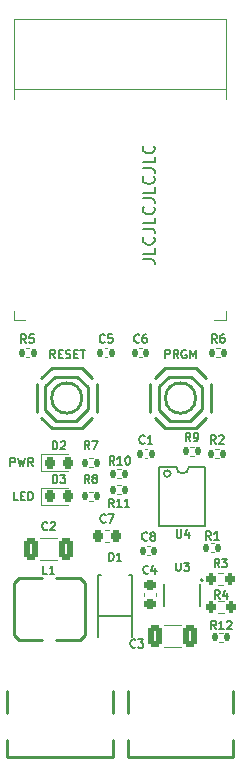
<source format=gbr>
%TF.GenerationSoftware,KiCad,Pcbnew,7.99.0-2389-gf842e6ac7a*%
%TF.CreationDate,2023-09-28T17:07:59+02:00*%
%TF.ProjectId,ESP32 PD Module,45535033-3220-4504-9420-4d6f64756c65,rev?*%
%TF.SameCoordinates,Original*%
%TF.FileFunction,Legend,Top*%
%TF.FilePolarity,Positive*%
%FSLAX46Y46*%
G04 Gerber Fmt 4.6, Leading zero omitted, Abs format (unit mm)*
G04 Created by KiCad (PCBNEW 7.99.0-2389-gf842e6ac7a) date 2023-09-28 17:07:59*
%MOMM*%
%LPD*%
G01*
G04 APERTURE LIST*
G04 Aperture macros list*
%AMRoundRect*
0 Rectangle with rounded corners*
0 $1 Rounding radius*
0 $2 $3 $4 $5 $6 $7 $8 $9 X,Y pos of 4 corners*
0 Add a 4 corners polygon primitive as box body*
4,1,4,$2,$3,$4,$5,$6,$7,$8,$9,$2,$3,0*
0 Add four circle primitives for the rounded corners*
1,1,$1+$1,$2,$3*
1,1,$1+$1,$4,$5*
1,1,$1+$1,$6,$7*
1,1,$1+$1,$8,$9*
0 Add four rect primitives between the rounded corners*
20,1,$1+$1,$2,$3,$4,$5,0*
20,1,$1+$1,$4,$5,$6,$7,0*
20,1,$1+$1,$6,$7,$8,$9,0*
20,1,$1+$1,$8,$9,$2,$3,0*%
G04 Aperture macros list end*
%ADD10C,0.150000*%
%ADD11C,0.120000*%
%ADD12C,0.250000*%
%ADD13C,0.200000*%
%ADD14RoundRect,0.135000X0.135000X0.185000X-0.135000X0.185000X-0.135000X-0.185000X0.135000X-0.185000X0*%
%ADD15R,1.700000X1.700000*%
%ADD16O,1.700000X1.700000*%
%ADD17R,0.300000X1.300000*%
%ADD18O,1.200000X1.800000*%
%ADD19O,1.200000X2.000000*%
%ADD20C,0.750000*%
%ADD21RoundRect,0.218750X-0.218750X-0.256250X0.218750X-0.256250X0.218750X0.256250X-0.218750X0.256250X0*%
%ADD22RoundRect,0.200000X0.200000X0.275000X-0.200000X0.275000X-0.200000X-0.275000X0.200000X-0.275000X0*%
%ADD23R,1.700000X1.000000*%
%ADD24RoundRect,0.250000X0.325000X0.650000X-0.325000X0.650000X-0.325000X-0.650000X0.325000X-0.650000X0*%
%ADD25R,1.500000X0.600000*%
%ADD26R,2.100000X3.300000*%
%ADD27RoundRect,0.225000X-0.225000X-0.250000X0.225000X-0.250000X0.225000X0.250000X-0.225000X0.250000X0*%
%ADD28R,2.000000X2.000000*%
%ADD29RoundRect,0.225000X-0.250000X0.225000X-0.250000X-0.225000X0.250000X-0.225000X0.250000X0.225000X0*%
%ADD30R,1.900000X4.500000*%
%ADD31R,1.500000X0.900000*%
%ADD32R,0.900000X1.500000*%
%ADD33R,0.900000X0.900000*%
%ADD34R,0.530000X0.990000*%
%ADD35RoundRect,0.140000X-0.140000X-0.170000X0.140000X-0.170000X0.140000X0.170000X-0.140000X0.170000X0*%
%ADD36RoundRect,0.140000X0.140000X0.170000X-0.140000X0.170000X-0.140000X-0.170000X0.140000X-0.170000X0*%
%ADD37RoundRect,0.135000X-0.135000X-0.185000X0.135000X-0.185000X0.135000X0.185000X-0.135000X0.185000X0*%
%ADD38RoundRect,0.200000X-0.200000X-0.275000X0.200000X-0.275000X0.200000X0.275000X-0.200000X0.275000X0*%
G04 APERTURE END LIST*
D10*
X51038816Y-84066033D02*
X50705482Y-84066033D01*
X50705482Y-84066033D02*
X50705482Y-83366033D01*
X51272149Y-83699366D02*
X51505483Y-83699366D01*
X51605483Y-84066033D02*
X51272149Y-84066033D01*
X51272149Y-84066033D02*
X51272149Y-83366033D01*
X51272149Y-83366033D02*
X51605483Y-83366033D01*
X51905482Y-84066033D02*
X51905482Y-83366033D01*
X51905482Y-83366033D02*
X52072149Y-83366033D01*
X52072149Y-83366033D02*
X52172149Y-83399366D01*
X52172149Y-83399366D02*
X52238816Y-83466033D01*
X52238816Y-83466033D02*
X52272149Y-83532700D01*
X52272149Y-83532700D02*
X52305482Y-83666033D01*
X52305482Y-83666033D02*
X52305482Y-83766033D01*
X52305482Y-83766033D02*
X52272149Y-83899366D01*
X52272149Y-83899366D02*
X52238816Y-83966033D01*
X52238816Y-83966033D02*
X52172149Y-84032700D01*
X52172149Y-84032700D02*
X52072149Y-84066033D01*
X52072149Y-84066033D02*
X51905482Y-84066033D01*
X63516666Y-72066033D02*
X63516666Y-71366033D01*
X63516666Y-71366033D02*
X63783333Y-71366033D01*
X63783333Y-71366033D02*
X63850000Y-71399366D01*
X63850000Y-71399366D02*
X63883333Y-71432700D01*
X63883333Y-71432700D02*
X63916666Y-71499366D01*
X63916666Y-71499366D02*
X63916666Y-71599366D01*
X63916666Y-71599366D02*
X63883333Y-71666033D01*
X63883333Y-71666033D02*
X63850000Y-71699366D01*
X63850000Y-71699366D02*
X63783333Y-71732700D01*
X63783333Y-71732700D02*
X63516666Y-71732700D01*
X64616666Y-72066033D02*
X64383333Y-71732700D01*
X64216666Y-72066033D02*
X64216666Y-71366033D01*
X64216666Y-71366033D02*
X64483333Y-71366033D01*
X64483333Y-71366033D02*
X64550000Y-71399366D01*
X64550000Y-71399366D02*
X64583333Y-71432700D01*
X64583333Y-71432700D02*
X64616666Y-71499366D01*
X64616666Y-71499366D02*
X64616666Y-71599366D01*
X64616666Y-71599366D02*
X64583333Y-71666033D01*
X64583333Y-71666033D02*
X64550000Y-71699366D01*
X64550000Y-71699366D02*
X64483333Y-71732700D01*
X64483333Y-71732700D02*
X64216666Y-71732700D01*
X65283333Y-71399366D02*
X65216666Y-71366033D01*
X65216666Y-71366033D02*
X65116666Y-71366033D01*
X65116666Y-71366033D02*
X65016666Y-71399366D01*
X65016666Y-71399366D02*
X64950000Y-71466033D01*
X64950000Y-71466033D02*
X64916666Y-71532700D01*
X64916666Y-71532700D02*
X64883333Y-71666033D01*
X64883333Y-71666033D02*
X64883333Y-71766033D01*
X64883333Y-71766033D02*
X64916666Y-71899366D01*
X64916666Y-71899366D02*
X64950000Y-71966033D01*
X64950000Y-71966033D02*
X65016666Y-72032700D01*
X65016666Y-72032700D02*
X65116666Y-72066033D01*
X65116666Y-72066033D02*
X65183333Y-72066033D01*
X65183333Y-72066033D02*
X65283333Y-72032700D01*
X65283333Y-72032700D02*
X65316666Y-71999366D01*
X65316666Y-71999366D02*
X65316666Y-71766033D01*
X65316666Y-71766033D02*
X65183333Y-71766033D01*
X65616666Y-72066033D02*
X65616666Y-71366033D01*
X65616666Y-71366033D02*
X65850000Y-71866033D01*
X65850000Y-71866033D02*
X66083333Y-71366033D01*
X66083333Y-71366033D02*
X66083333Y-72066033D01*
X61619819Y-63677506D02*
X62334104Y-63677506D01*
X62334104Y-63677506D02*
X62476961Y-63725125D01*
X62476961Y-63725125D02*
X62572200Y-63820363D01*
X62572200Y-63820363D02*
X62619819Y-63963220D01*
X62619819Y-63963220D02*
X62619819Y-64058458D01*
X62619819Y-62725125D02*
X62619819Y-63201315D01*
X62619819Y-63201315D02*
X61619819Y-63201315D01*
X62524580Y-61820363D02*
X62572200Y-61867982D01*
X62572200Y-61867982D02*
X62619819Y-62010839D01*
X62619819Y-62010839D02*
X62619819Y-62106077D01*
X62619819Y-62106077D02*
X62572200Y-62248934D01*
X62572200Y-62248934D02*
X62476961Y-62344172D01*
X62476961Y-62344172D02*
X62381723Y-62391791D01*
X62381723Y-62391791D02*
X62191247Y-62439410D01*
X62191247Y-62439410D02*
X62048390Y-62439410D01*
X62048390Y-62439410D02*
X61857914Y-62391791D01*
X61857914Y-62391791D02*
X61762676Y-62344172D01*
X61762676Y-62344172D02*
X61667438Y-62248934D01*
X61667438Y-62248934D02*
X61619819Y-62106077D01*
X61619819Y-62106077D02*
X61619819Y-62010839D01*
X61619819Y-62010839D02*
X61667438Y-61867982D01*
X61667438Y-61867982D02*
X61715057Y-61820363D01*
X61619819Y-61106077D02*
X62334104Y-61106077D01*
X62334104Y-61106077D02*
X62476961Y-61153696D01*
X62476961Y-61153696D02*
X62572200Y-61248934D01*
X62572200Y-61248934D02*
X62619819Y-61391791D01*
X62619819Y-61391791D02*
X62619819Y-61487029D01*
X62619819Y-60153696D02*
X62619819Y-60629886D01*
X62619819Y-60629886D02*
X61619819Y-60629886D01*
X62524580Y-59248934D02*
X62572200Y-59296553D01*
X62572200Y-59296553D02*
X62619819Y-59439410D01*
X62619819Y-59439410D02*
X62619819Y-59534648D01*
X62619819Y-59534648D02*
X62572200Y-59677505D01*
X62572200Y-59677505D02*
X62476961Y-59772743D01*
X62476961Y-59772743D02*
X62381723Y-59820362D01*
X62381723Y-59820362D02*
X62191247Y-59867981D01*
X62191247Y-59867981D02*
X62048390Y-59867981D01*
X62048390Y-59867981D02*
X61857914Y-59820362D01*
X61857914Y-59820362D02*
X61762676Y-59772743D01*
X61762676Y-59772743D02*
X61667438Y-59677505D01*
X61667438Y-59677505D02*
X61619819Y-59534648D01*
X61619819Y-59534648D02*
X61619819Y-59439410D01*
X61619819Y-59439410D02*
X61667438Y-59296553D01*
X61667438Y-59296553D02*
X61715057Y-59248934D01*
X61619819Y-58534648D02*
X62334104Y-58534648D01*
X62334104Y-58534648D02*
X62476961Y-58582267D01*
X62476961Y-58582267D02*
X62572200Y-58677505D01*
X62572200Y-58677505D02*
X62619819Y-58820362D01*
X62619819Y-58820362D02*
X62619819Y-58915600D01*
X62619819Y-57582267D02*
X62619819Y-58058457D01*
X62619819Y-58058457D02*
X61619819Y-58058457D01*
X62524580Y-56677505D02*
X62572200Y-56725124D01*
X62572200Y-56725124D02*
X62619819Y-56867981D01*
X62619819Y-56867981D02*
X62619819Y-56963219D01*
X62619819Y-56963219D02*
X62572200Y-57106076D01*
X62572200Y-57106076D02*
X62476961Y-57201314D01*
X62476961Y-57201314D02*
X62381723Y-57248933D01*
X62381723Y-57248933D02*
X62191247Y-57296552D01*
X62191247Y-57296552D02*
X62048390Y-57296552D01*
X62048390Y-57296552D02*
X61857914Y-57248933D01*
X61857914Y-57248933D02*
X61762676Y-57201314D01*
X61762676Y-57201314D02*
X61667438Y-57106076D01*
X61667438Y-57106076D02*
X61619819Y-56963219D01*
X61619819Y-56963219D02*
X61619819Y-56867981D01*
X61619819Y-56867981D02*
X61667438Y-56725124D01*
X61667438Y-56725124D02*
X61715057Y-56677505D01*
X61619819Y-55963219D02*
X62334104Y-55963219D01*
X62334104Y-55963219D02*
X62476961Y-56010838D01*
X62476961Y-56010838D02*
X62572200Y-56106076D01*
X62572200Y-56106076D02*
X62619819Y-56248933D01*
X62619819Y-56248933D02*
X62619819Y-56344171D01*
X62619819Y-55010838D02*
X62619819Y-55487028D01*
X62619819Y-55487028D02*
X61619819Y-55487028D01*
X62524580Y-54106076D02*
X62572200Y-54153695D01*
X62572200Y-54153695D02*
X62619819Y-54296552D01*
X62619819Y-54296552D02*
X62619819Y-54391790D01*
X62619819Y-54391790D02*
X62572200Y-54534647D01*
X62572200Y-54534647D02*
X62476961Y-54629885D01*
X62476961Y-54629885D02*
X62381723Y-54677504D01*
X62381723Y-54677504D02*
X62191247Y-54725123D01*
X62191247Y-54725123D02*
X62048390Y-54725123D01*
X62048390Y-54725123D02*
X61857914Y-54677504D01*
X61857914Y-54677504D02*
X61762676Y-54629885D01*
X61762676Y-54629885D02*
X61667438Y-54534647D01*
X61667438Y-54534647D02*
X61619819Y-54391790D01*
X61619819Y-54391790D02*
X61619819Y-54296552D01*
X61619819Y-54296552D02*
X61667438Y-54153695D01*
X61667438Y-54153695D02*
X61715057Y-54106076D01*
X50405482Y-81216033D02*
X50405482Y-80516033D01*
X50405482Y-80516033D02*
X50672149Y-80516033D01*
X50672149Y-80516033D02*
X50738816Y-80549366D01*
X50738816Y-80549366D02*
X50772149Y-80582700D01*
X50772149Y-80582700D02*
X50805482Y-80649366D01*
X50805482Y-80649366D02*
X50805482Y-80749366D01*
X50805482Y-80749366D02*
X50772149Y-80816033D01*
X50772149Y-80816033D02*
X50738816Y-80849366D01*
X50738816Y-80849366D02*
X50672149Y-80882700D01*
X50672149Y-80882700D02*
X50405482Y-80882700D01*
X51038816Y-80516033D02*
X51205482Y-81216033D01*
X51205482Y-81216033D02*
X51338816Y-80716033D01*
X51338816Y-80716033D02*
X51472149Y-81216033D01*
X51472149Y-81216033D02*
X51638816Y-80516033D01*
X52305482Y-81216033D02*
X52072149Y-80882700D01*
X51905482Y-81216033D02*
X51905482Y-80516033D01*
X51905482Y-80516033D02*
X52172149Y-80516033D01*
X52172149Y-80516033D02*
X52238816Y-80549366D01*
X52238816Y-80549366D02*
X52272149Y-80582700D01*
X52272149Y-80582700D02*
X52305482Y-80649366D01*
X52305482Y-80649366D02*
X52305482Y-80749366D01*
X52305482Y-80749366D02*
X52272149Y-80816033D01*
X52272149Y-80816033D02*
X52238816Y-80849366D01*
X52238816Y-80849366D02*
X52172149Y-80882700D01*
X52172149Y-80882700D02*
X51905482Y-80882700D01*
X54183333Y-72066033D02*
X53950000Y-71732700D01*
X53783333Y-72066033D02*
X53783333Y-71366033D01*
X53783333Y-71366033D02*
X54050000Y-71366033D01*
X54050000Y-71366033D02*
X54116667Y-71399366D01*
X54116667Y-71399366D02*
X54150000Y-71432700D01*
X54150000Y-71432700D02*
X54183333Y-71499366D01*
X54183333Y-71499366D02*
X54183333Y-71599366D01*
X54183333Y-71599366D02*
X54150000Y-71666033D01*
X54150000Y-71666033D02*
X54116667Y-71699366D01*
X54116667Y-71699366D02*
X54050000Y-71732700D01*
X54050000Y-71732700D02*
X53783333Y-71732700D01*
X54483333Y-71699366D02*
X54716667Y-71699366D01*
X54816667Y-72066033D02*
X54483333Y-72066033D01*
X54483333Y-72066033D02*
X54483333Y-71366033D01*
X54483333Y-71366033D02*
X54816667Y-71366033D01*
X55083333Y-72032700D02*
X55183333Y-72066033D01*
X55183333Y-72066033D02*
X55350000Y-72066033D01*
X55350000Y-72066033D02*
X55416666Y-72032700D01*
X55416666Y-72032700D02*
X55450000Y-71999366D01*
X55450000Y-71999366D02*
X55483333Y-71932700D01*
X55483333Y-71932700D02*
X55483333Y-71866033D01*
X55483333Y-71866033D02*
X55450000Y-71799366D01*
X55450000Y-71799366D02*
X55416666Y-71766033D01*
X55416666Y-71766033D02*
X55350000Y-71732700D01*
X55350000Y-71732700D02*
X55216666Y-71699366D01*
X55216666Y-71699366D02*
X55150000Y-71666033D01*
X55150000Y-71666033D02*
X55116666Y-71632700D01*
X55116666Y-71632700D02*
X55083333Y-71566033D01*
X55083333Y-71566033D02*
X55083333Y-71499366D01*
X55083333Y-71499366D02*
X55116666Y-71432700D01*
X55116666Y-71432700D02*
X55150000Y-71399366D01*
X55150000Y-71399366D02*
X55216666Y-71366033D01*
X55216666Y-71366033D02*
X55383333Y-71366033D01*
X55383333Y-71366033D02*
X55483333Y-71399366D01*
X55783333Y-71699366D02*
X56016667Y-71699366D01*
X56116667Y-72066033D02*
X55783333Y-72066033D01*
X55783333Y-72066033D02*
X55783333Y-71366033D01*
X55783333Y-71366033D02*
X56116667Y-71366033D01*
X56316666Y-71366033D02*
X56716666Y-71366033D01*
X56516666Y-72066033D02*
X56516666Y-71366033D01*
X67799999Y-95016033D02*
X67566666Y-94682700D01*
X67399999Y-95016033D02*
X67399999Y-94316033D01*
X67399999Y-94316033D02*
X67666666Y-94316033D01*
X67666666Y-94316033D02*
X67733333Y-94349366D01*
X67733333Y-94349366D02*
X67766666Y-94382700D01*
X67766666Y-94382700D02*
X67799999Y-94449366D01*
X67799999Y-94449366D02*
X67799999Y-94549366D01*
X67799999Y-94549366D02*
X67766666Y-94616033D01*
X67766666Y-94616033D02*
X67733333Y-94649366D01*
X67733333Y-94649366D02*
X67666666Y-94682700D01*
X67666666Y-94682700D02*
X67399999Y-94682700D01*
X68466666Y-95016033D02*
X68066666Y-95016033D01*
X68266666Y-95016033D02*
X68266666Y-94316033D01*
X68266666Y-94316033D02*
X68199999Y-94416033D01*
X68199999Y-94416033D02*
X68133333Y-94482700D01*
X68133333Y-94482700D02*
X68066666Y-94516033D01*
X68733333Y-94382700D02*
X68766666Y-94349366D01*
X68766666Y-94349366D02*
X68833333Y-94316033D01*
X68833333Y-94316033D02*
X69000000Y-94316033D01*
X69000000Y-94316033D02*
X69066666Y-94349366D01*
X69066666Y-94349366D02*
X69100000Y-94382700D01*
X69100000Y-94382700D02*
X69133333Y-94449366D01*
X69133333Y-94449366D02*
X69133333Y-94516033D01*
X69133333Y-94516033D02*
X69100000Y-94616033D01*
X69100000Y-94616033D02*
X68700000Y-95016033D01*
X68700000Y-95016033D02*
X69133333Y-95016033D01*
X53983333Y-82636033D02*
X53983333Y-81936033D01*
X53983333Y-81936033D02*
X54150000Y-81936033D01*
X54150000Y-81936033D02*
X54250000Y-81969366D01*
X54250000Y-81969366D02*
X54316667Y-82036033D01*
X54316667Y-82036033D02*
X54350000Y-82102700D01*
X54350000Y-82102700D02*
X54383333Y-82236033D01*
X54383333Y-82236033D02*
X54383333Y-82336033D01*
X54383333Y-82336033D02*
X54350000Y-82469366D01*
X54350000Y-82469366D02*
X54316667Y-82536033D01*
X54316667Y-82536033D02*
X54250000Y-82602700D01*
X54250000Y-82602700D02*
X54150000Y-82636033D01*
X54150000Y-82636033D02*
X53983333Y-82636033D01*
X54616667Y-81936033D02*
X55050000Y-81936033D01*
X55050000Y-81936033D02*
X54816667Y-82202700D01*
X54816667Y-82202700D02*
X54916667Y-82202700D01*
X54916667Y-82202700D02*
X54983333Y-82236033D01*
X54983333Y-82236033D02*
X55016667Y-82269366D01*
X55016667Y-82269366D02*
X55050000Y-82336033D01*
X55050000Y-82336033D02*
X55050000Y-82502700D01*
X55050000Y-82502700D02*
X55016667Y-82569366D01*
X55016667Y-82569366D02*
X54983333Y-82602700D01*
X54983333Y-82602700D02*
X54916667Y-82636033D01*
X54916667Y-82636033D02*
X54716667Y-82636033D01*
X54716667Y-82636033D02*
X54650000Y-82602700D01*
X54650000Y-82602700D02*
X54616667Y-82569366D01*
X68083333Y-89766033D02*
X67850000Y-89432700D01*
X67683333Y-89766033D02*
X67683333Y-89066033D01*
X67683333Y-89066033D02*
X67950000Y-89066033D01*
X67950000Y-89066033D02*
X68016667Y-89099366D01*
X68016667Y-89099366D02*
X68050000Y-89132700D01*
X68050000Y-89132700D02*
X68083333Y-89199366D01*
X68083333Y-89199366D02*
X68083333Y-89299366D01*
X68083333Y-89299366D02*
X68050000Y-89366033D01*
X68050000Y-89366033D02*
X68016667Y-89399366D01*
X68016667Y-89399366D02*
X67950000Y-89432700D01*
X67950000Y-89432700D02*
X67683333Y-89432700D01*
X68316667Y-89066033D02*
X68750000Y-89066033D01*
X68750000Y-89066033D02*
X68516667Y-89332700D01*
X68516667Y-89332700D02*
X68616667Y-89332700D01*
X68616667Y-89332700D02*
X68683333Y-89366033D01*
X68683333Y-89366033D02*
X68716667Y-89399366D01*
X68716667Y-89399366D02*
X68750000Y-89466033D01*
X68750000Y-89466033D02*
X68750000Y-89632700D01*
X68750000Y-89632700D02*
X68716667Y-89699366D01*
X68716667Y-89699366D02*
X68683333Y-89732700D01*
X68683333Y-89732700D02*
X68616667Y-89766033D01*
X68616667Y-89766033D02*
X68416667Y-89766033D01*
X68416667Y-89766033D02*
X68350000Y-89732700D01*
X68350000Y-89732700D02*
X68316667Y-89699366D01*
X53533333Y-86549366D02*
X53500000Y-86582700D01*
X53500000Y-86582700D02*
X53400000Y-86616033D01*
X53400000Y-86616033D02*
X53333333Y-86616033D01*
X53333333Y-86616033D02*
X53233333Y-86582700D01*
X53233333Y-86582700D02*
X53166667Y-86516033D01*
X53166667Y-86516033D02*
X53133333Y-86449366D01*
X53133333Y-86449366D02*
X53100000Y-86316033D01*
X53100000Y-86316033D02*
X53100000Y-86216033D01*
X53100000Y-86216033D02*
X53133333Y-86082700D01*
X53133333Y-86082700D02*
X53166667Y-86016033D01*
X53166667Y-86016033D02*
X53233333Y-85949366D01*
X53233333Y-85949366D02*
X53333333Y-85916033D01*
X53333333Y-85916033D02*
X53400000Y-85916033D01*
X53400000Y-85916033D02*
X53500000Y-85949366D01*
X53500000Y-85949366D02*
X53533333Y-85982700D01*
X53800000Y-85982700D02*
X53833333Y-85949366D01*
X53833333Y-85949366D02*
X53900000Y-85916033D01*
X53900000Y-85916033D02*
X54066667Y-85916033D01*
X54066667Y-85916033D02*
X54133333Y-85949366D01*
X54133333Y-85949366D02*
X54166667Y-85982700D01*
X54166667Y-85982700D02*
X54200000Y-86049366D01*
X54200000Y-86049366D02*
X54200000Y-86116033D01*
X54200000Y-86116033D02*
X54166667Y-86216033D01*
X54166667Y-86216033D02*
X53766667Y-86616033D01*
X53766667Y-86616033D02*
X54200000Y-86616033D01*
X64466666Y-86566033D02*
X64466666Y-87132700D01*
X64466666Y-87132700D02*
X64500000Y-87199366D01*
X64500000Y-87199366D02*
X64533333Y-87232700D01*
X64533333Y-87232700D02*
X64600000Y-87266033D01*
X64600000Y-87266033D02*
X64733333Y-87266033D01*
X64733333Y-87266033D02*
X64800000Y-87232700D01*
X64800000Y-87232700D02*
X64833333Y-87199366D01*
X64833333Y-87199366D02*
X64866666Y-87132700D01*
X64866666Y-87132700D02*
X64866666Y-86566033D01*
X65499999Y-86799366D02*
X65499999Y-87266033D01*
X65333333Y-86532700D02*
X65166666Y-87032700D01*
X65166666Y-87032700D02*
X65599999Y-87032700D01*
X58458333Y-85919366D02*
X58425000Y-85952700D01*
X58425000Y-85952700D02*
X58325000Y-85986033D01*
X58325000Y-85986033D02*
X58258333Y-85986033D01*
X58258333Y-85986033D02*
X58158333Y-85952700D01*
X58158333Y-85952700D02*
X58091667Y-85886033D01*
X58091667Y-85886033D02*
X58058333Y-85819366D01*
X58058333Y-85819366D02*
X58025000Y-85686033D01*
X58025000Y-85686033D02*
X58025000Y-85586033D01*
X58025000Y-85586033D02*
X58058333Y-85452700D01*
X58058333Y-85452700D02*
X58091667Y-85386033D01*
X58091667Y-85386033D02*
X58158333Y-85319366D01*
X58158333Y-85319366D02*
X58258333Y-85286033D01*
X58258333Y-85286033D02*
X58325000Y-85286033D01*
X58325000Y-85286033D02*
X58425000Y-85319366D01*
X58425000Y-85319366D02*
X58458333Y-85352700D01*
X58691667Y-85286033D02*
X59158333Y-85286033D01*
X59158333Y-85286033D02*
X58858333Y-85986033D01*
X58733333Y-89216033D02*
X58733333Y-88516033D01*
X58733333Y-88516033D02*
X58900000Y-88516033D01*
X58900000Y-88516033D02*
X59000000Y-88549366D01*
X59000000Y-88549366D02*
X59066667Y-88616033D01*
X59066667Y-88616033D02*
X59100000Y-88682700D01*
X59100000Y-88682700D02*
X59133333Y-88816033D01*
X59133333Y-88816033D02*
X59133333Y-88916033D01*
X59133333Y-88916033D02*
X59100000Y-89049366D01*
X59100000Y-89049366D02*
X59066667Y-89116033D01*
X59066667Y-89116033D02*
X59000000Y-89182700D01*
X59000000Y-89182700D02*
X58900000Y-89216033D01*
X58900000Y-89216033D02*
X58733333Y-89216033D01*
X59800000Y-89216033D02*
X59400000Y-89216033D01*
X59600000Y-89216033D02*
X59600000Y-88516033D01*
X59600000Y-88516033D02*
X59533333Y-88616033D01*
X59533333Y-88616033D02*
X59466667Y-88682700D01*
X59466667Y-88682700D02*
X59400000Y-88716033D01*
X62073333Y-90249366D02*
X62040000Y-90282700D01*
X62040000Y-90282700D02*
X61940000Y-90316033D01*
X61940000Y-90316033D02*
X61873333Y-90316033D01*
X61873333Y-90316033D02*
X61773333Y-90282700D01*
X61773333Y-90282700D02*
X61706667Y-90216033D01*
X61706667Y-90216033D02*
X61673333Y-90149366D01*
X61673333Y-90149366D02*
X61640000Y-90016033D01*
X61640000Y-90016033D02*
X61640000Y-89916033D01*
X61640000Y-89916033D02*
X61673333Y-89782700D01*
X61673333Y-89782700D02*
X61706667Y-89716033D01*
X61706667Y-89716033D02*
X61773333Y-89649366D01*
X61773333Y-89649366D02*
X61873333Y-89616033D01*
X61873333Y-89616033D02*
X61940000Y-89616033D01*
X61940000Y-89616033D02*
X62040000Y-89649366D01*
X62040000Y-89649366D02*
X62073333Y-89682700D01*
X62673333Y-89849366D02*
X62673333Y-90316033D01*
X62506667Y-89582700D02*
X62340000Y-90082700D01*
X62340000Y-90082700D02*
X62773333Y-90082700D01*
X67383333Y-87416033D02*
X67150000Y-87082700D01*
X66983333Y-87416033D02*
X66983333Y-86716033D01*
X66983333Y-86716033D02*
X67250000Y-86716033D01*
X67250000Y-86716033D02*
X67316667Y-86749366D01*
X67316667Y-86749366D02*
X67350000Y-86782700D01*
X67350000Y-86782700D02*
X67383333Y-86849366D01*
X67383333Y-86849366D02*
X67383333Y-86949366D01*
X67383333Y-86949366D02*
X67350000Y-87016033D01*
X67350000Y-87016033D02*
X67316667Y-87049366D01*
X67316667Y-87049366D02*
X67250000Y-87082700D01*
X67250000Y-87082700D02*
X66983333Y-87082700D01*
X68050000Y-87416033D02*
X67650000Y-87416033D01*
X67850000Y-87416033D02*
X67850000Y-86716033D01*
X67850000Y-86716033D02*
X67783333Y-86816033D01*
X67783333Y-86816033D02*
X67716667Y-86882700D01*
X67716667Y-86882700D02*
X67650000Y-86916033D01*
X53533333Y-90366033D02*
X53199999Y-90366033D01*
X53199999Y-90366033D02*
X53199999Y-89666033D01*
X54133333Y-90366033D02*
X53733333Y-90366033D01*
X53933333Y-90366033D02*
X53933333Y-89666033D01*
X53933333Y-89666033D02*
X53866666Y-89766033D01*
X53866666Y-89766033D02*
X53800000Y-89832700D01*
X53800000Y-89832700D02*
X53733333Y-89866033D01*
X59139999Y-84686033D02*
X58906666Y-84352700D01*
X58739999Y-84686033D02*
X58739999Y-83986033D01*
X58739999Y-83986033D02*
X59006666Y-83986033D01*
X59006666Y-83986033D02*
X59073333Y-84019366D01*
X59073333Y-84019366D02*
X59106666Y-84052700D01*
X59106666Y-84052700D02*
X59139999Y-84119366D01*
X59139999Y-84119366D02*
X59139999Y-84219366D01*
X59139999Y-84219366D02*
X59106666Y-84286033D01*
X59106666Y-84286033D02*
X59073333Y-84319366D01*
X59073333Y-84319366D02*
X59006666Y-84352700D01*
X59006666Y-84352700D02*
X58739999Y-84352700D01*
X59806666Y-84686033D02*
X59406666Y-84686033D01*
X59606666Y-84686033D02*
X59606666Y-83986033D01*
X59606666Y-83986033D02*
X59539999Y-84086033D01*
X59539999Y-84086033D02*
X59473333Y-84152700D01*
X59473333Y-84152700D02*
X59406666Y-84186033D01*
X60473333Y-84686033D02*
X60073333Y-84686033D01*
X60273333Y-84686033D02*
X60273333Y-83986033D01*
X60273333Y-83986033D02*
X60206666Y-84086033D01*
X60206666Y-84086033D02*
X60140000Y-84152700D01*
X60140000Y-84152700D02*
X60073333Y-84186033D01*
X57083333Y-79786033D02*
X56850000Y-79452700D01*
X56683333Y-79786033D02*
X56683333Y-79086033D01*
X56683333Y-79086033D02*
X56950000Y-79086033D01*
X56950000Y-79086033D02*
X57016667Y-79119366D01*
X57016667Y-79119366D02*
X57050000Y-79152700D01*
X57050000Y-79152700D02*
X57083333Y-79219366D01*
X57083333Y-79219366D02*
X57083333Y-79319366D01*
X57083333Y-79319366D02*
X57050000Y-79386033D01*
X57050000Y-79386033D02*
X57016667Y-79419366D01*
X57016667Y-79419366D02*
X56950000Y-79452700D01*
X56950000Y-79452700D02*
X56683333Y-79452700D01*
X57316667Y-79086033D02*
X57783333Y-79086033D01*
X57783333Y-79086033D02*
X57483333Y-79786033D01*
X59199999Y-81066033D02*
X58966666Y-80732700D01*
X58799999Y-81066033D02*
X58799999Y-80366033D01*
X58799999Y-80366033D02*
X59066666Y-80366033D01*
X59066666Y-80366033D02*
X59133333Y-80399366D01*
X59133333Y-80399366D02*
X59166666Y-80432700D01*
X59166666Y-80432700D02*
X59199999Y-80499366D01*
X59199999Y-80499366D02*
X59199999Y-80599366D01*
X59199999Y-80599366D02*
X59166666Y-80666033D01*
X59166666Y-80666033D02*
X59133333Y-80699366D01*
X59133333Y-80699366D02*
X59066666Y-80732700D01*
X59066666Y-80732700D02*
X58799999Y-80732700D01*
X59866666Y-81066033D02*
X59466666Y-81066033D01*
X59666666Y-81066033D02*
X59666666Y-80366033D01*
X59666666Y-80366033D02*
X59599999Y-80466033D01*
X59599999Y-80466033D02*
X59533333Y-80532700D01*
X59533333Y-80532700D02*
X59466666Y-80566033D01*
X60300000Y-80366033D02*
X60366666Y-80366033D01*
X60366666Y-80366033D02*
X60433333Y-80399366D01*
X60433333Y-80399366D02*
X60466666Y-80432700D01*
X60466666Y-80432700D02*
X60500000Y-80499366D01*
X60500000Y-80499366D02*
X60533333Y-80632700D01*
X60533333Y-80632700D02*
X60533333Y-80799366D01*
X60533333Y-80799366D02*
X60500000Y-80932700D01*
X60500000Y-80932700D02*
X60466666Y-80999366D01*
X60466666Y-80999366D02*
X60433333Y-81032700D01*
X60433333Y-81032700D02*
X60366666Y-81066033D01*
X60366666Y-81066033D02*
X60300000Y-81066033D01*
X60300000Y-81066033D02*
X60233333Y-81032700D01*
X60233333Y-81032700D02*
X60200000Y-80999366D01*
X60200000Y-80999366D02*
X60166666Y-80932700D01*
X60166666Y-80932700D02*
X60133333Y-80799366D01*
X60133333Y-80799366D02*
X60133333Y-80632700D01*
X60133333Y-80632700D02*
X60166666Y-80499366D01*
X60166666Y-80499366D02*
X60200000Y-80432700D01*
X60200000Y-80432700D02*
X60233333Y-80399366D01*
X60233333Y-80399366D02*
X60300000Y-80366033D01*
X64429166Y-89366033D02*
X64429166Y-89932700D01*
X64429166Y-89932700D02*
X64462500Y-89999366D01*
X64462500Y-89999366D02*
X64495833Y-90032700D01*
X64495833Y-90032700D02*
X64562500Y-90066033D01*
X64562500Y-90066033D02*
X64695833Y-90066033D01*
X64695833Y-90066033D02*
X64762500Y-90032700D01*
X64762500Y-90032700D02*
X64795833Y-89999366D01*
X64795833Y-89999366D02*
X64829166Y-89932700D01*
X64829166Y-89932700D02*
X64829166Y-89366033D01*
X65095833Y-89366033D02*
X65529166Y-89366033D01*
X65529166Y-89366033D02*
X65295833Y-89632700D01*
X65295833Y-89632700D02*
X65395833Y-89632700D01*
X65395833Y-89632700D02*
X65462499Y-89666033D01*
X65462499Y-89666033D02*
X65495833Y-89699366D01*
X65495833Y-89699366D02*
X65529166Y-89766033D01*
X65529166Y-89766033D02*
X65529166Y-89932700D01*
X65529166Y-89932700D02*
X65495833Y-89999366D01*
X65495833Y-89999366D02*
X65462499Y-90032700D01*
X65462499Y-90032700D02*
X65395833Y-90066033D01*
X65395833Y-90066033D02*
X65195833Y-90066033D01*
X65195833Y-90066033D02*
X65129166Y-90032700D01*
X65129166Y-90032700D02*
X65095833Y-89999366D01*
X58383333Y-70689366D02*
X58350000Y-70722700D01*
X58350000Y-70722700D02*
X58250000Y-70756033D01*
X58250000Y-70756033D02*
X58183333Y-70756033D01*
X58183333Y-70756033D02*
X58083333Y-70722700D01*
X58083333Y-70722700D02*
X58016667Y-70656033D01*
X58016667Y-70656033D02*
X57983333Y-70589366D01*
X57983333Y-70589366D02*
X57950000Y-70456033D01*
X57950000Y-70456033D02*
X57950000Y-70356033D01*
X57950000Y-70356033D02*
X57983333Y-70222700D01*
X57983333Y-70222700D02*
X58016667Y-70156033D01*
X58016667Y-70156033D02*
X58083333Y-70089366D01*
X58083333Y-70089366D02*
X58183333Y-70056033D01*
X58183333Y-70056033D02*
X58250000Y-70056033D01*
X58250000Y-70056033D02*
X58350000Y-70089366D01*
X58350000Y-70089366D02*
X58383333Y-70122700D01*
X59016667Y-70056033D02*
X58683333Y-70056033D01*
X58683333Y-70056033D02*
X58650000Y-70389366D01*
X58650000Y-70389366D02*
X58683333Y-70356033D01*
X58683333Y-70356033D02*
X58750000Y-70322700D01*
X58750000Y-70322700D02*
X58916667Y-70322700D01*
X58916667Y-70322700D02*
X58983333Y-70356033D01*
X58983333Y-70356033D02*
X59016667Y-70389366D01*
X59016667Y-70389366D02*
X59050000Y-70456033D01*
X59050000Y-70456033D02*
X59050000Y-70622700D01*
X59050000Y-70622700D02*
X59016667Y-70689366D01*
X59016667Y-70689366D02*
X58983333Y-70722700D01*
X58983333Y-70722700D02*
X58916667Y-70756033D01*
X58916667Y-70756033D02*
X58750000Y-70756033D01*
X58750000Y-70756033D02*
X58683333Y-70722700D01*
X58683333Y-70722700D02*
X58650000Y-70689366D01*
X61303333Y-70679366D02*
X61270000Y-70712700D01*
X61270000Y-70712700D02*
X61170000Y-70746033D01*
X61170000Y-70746033D02*
X61103333Y-70746033D01*
X61103333Y-70746033D02*
X61003333Y-70712700D01*
X61003333Y-70712700D02*
X60936667Y-70646033D01*
X60936667Y-70646033D02*
X60903333Y-70579366D01*
X60903333Y-70579366D02*
X60870000Y-70446033D01*
X60870000Y-70446033D02*
X60870000Y-70346033D01*
X60870000Y-70346033D02*
X60903333Y-70212700D01*
X60903333Y-70212700D02*
X60936667Y-70146033D01*
X60936667Y-70146033D02*
X61003333Y-70079366D01*
X61003333Y-70079366D02*
X61103333Y-70046033D01*
X61103333Y-70046033D02*
X61170000Y-70046033D01*
X61170000Y-70046033D02*
X61270000Y-70079366D01*
X61270000Y-70079366D02*
X61303333Y-70112700D01*
X61903333Y-70046033D02*
X61770000Y-70046033D01*
X61770000Y-70046033D02*
X61703333Y-70079366D01*
X61703333Y-70079366D02*
X61670000Y-70112700D01*
X61670000Y-70112700D02*
X61603333Y-70212700D01*
X61603333Y-70212700D02*
X61570000Y-70346033D01*
X61570000Y-70346033D02*
X61570000Y-70612700D01*
X61570000Y-70612700D02*
X61603333Y-70679366D01*
X61603333Y-70679366D02*
X61636667Y-70712700D01*
X61636667Y-70712700D02*
X61703333Y-70746033D01*
X61703333Y-70746033D02*
X61836667Y-70746033D01*
X61836667Y-70746033D02*
X61903333Y-70712700D01*
X61903333Y-70712700D02*
X61936667Y-70679366D01*
X61936667Y-70679366D02*
X61970000Y-70612700D01*
X61970000Y-70612700D02*
X61970000Y-70446033D01*
X61970000Y-70446033D02*
X61936667Y-70379366D01*
X61936667Y-70379366D02*
X61903333Y-70346033D01*
X61903333Y-70346033D02*
X61836667Y-70312700D01*
X61836667Y-70312700D02*
X61703333Y-70312700D01*
X61703333Y-70312700D02*
X61636667Y-70346033D01*
X61636667Y-70346033D02*
X61603333Y-70379366D01*
X61603333Y-70379366D02*
X61570000Y-70446033D01*
X51733333Y-70746033D02*
X51500000Y-70412700D01*
X51333333Y-70746033D02*
X51333333Y-70046033D01*
X51333333Y-70046033D02*
X51600000Y-70046033D01*
X51600000Y-70046033D02*
X51666667Y-70079366D01*
X51666667Y-70079366D02*
X51700000Y-70112700D01*
X51700000Y-70112700D02*
X51733333Y-70179366D01*
X51733333Y-70179366D02*
X51733333Y-70279366D01*
X51733333Y-70279366D02*
X51700000Y-70346033D01*
X51700000Y-70346033D02*
X51666667Y-70379366D01*
X51666667Y-70379366D02*
X51600000Y-70412700D01*
X51600000Y-70412700D02*
X51333333Y-70412700D01*
X52366667Y-70046033D02*
X52033333Y-70046033D01*
X52033333Y-70046033D02*
X52000000Y-70379366D01*
X52000000Y-70379366D02*
X52033333Y-70346033D01*
X52033333Y-70346033D02*
X52100000Y-70312700D01*
X52100000Y-70312700D02*
X52266667Y-70312700D01*
X52266667Y-70312700D02*
X52333333Y-70346033D01*
X52333333Y-70346033D02*
X52366667Y-70379366D01*
X52366667Y-70379366D02*
X52400000Y-70446033D01*
X52400000Y-70446033D02*
X52400000Y-70612700D01*
X52400000Y-70612700D02*
X52366667Y-70679366D01*
X52366667Y-70679366D02*
X52333333Y-70712700D01*
X52333333Y-70712700D02*
X52266667Y-70746033D01*
X52266667Y-70746033D02*
X52100000Y-70746033D01*
X52100000Y-70746033D02*
X52033333Y-70712700D01*
X52033333Y-70712700D02*
X52000000Y-70679366D01*
X65643333Y-79096033D02*
X65410000Y-78762700D01*
X65243333Y-79096033D02*
X65243333Y-78396033D01*
X65243333Y-78396033D02*
X65510000Y-78396033D01*
X65510000Y-78396033D02*
X65576667Y-78429366D01*
X65576667Y-78429366D02*
X65610000Y-78462700D01*
X65610000Y-78462700D02*
X65643333Y-78529366D01*
X65643333Y-78529366D02*
X65643333Y-78629366D01*
X65643333Y-78629366D02*
X65610000Y-78696033D01*
X65610000Y-78696033D02*
X65576667Y-78729366D01*
X65576667Y-78729366D02*
X65510000Y-78762700D01*
X65510000Y-78762700D02*
X65243333Y-78762700D01*
X65976667Y-79096033D02*
X66110000Y-79096033D01*
X66110000Y-79096033D02*
X66176667Y-79062700D01*
X66176667Y-79062700D02*
X66210000Y-79029366D01*
X66210000Y-79029366D02*
X66276667Y-78929366D01*
X66276667Y-78929366D02*
X66310000Y-78796033D01*
X66310000Y-78796033D02*
X66310000Y-78529366D01*
X66310000Y-78529366D02*
X66276667Y-78462700D01*
X66276667Y-78462700D02*
X66243333Y-78429366D01*
X66243333Y-78429366D02*
X66176667Y-78396033D01*
X66176667Y-78396033D02*
X66043333Y-78396033D01*
X66043333Y-78396033D02*
X65976667Y-78429366D01*
X65976667Y-78429366D02*
X65943333Y-78462700D01*
X65943333Y-78462700D02*
X65910000Y-78529366D01*
X65910000Y-78529366D02*
X65910000Y-78696033D01*
X65910000Y-78696033D02*
X65943333Y-78762700D01*
X65943333Y-78762700D02*
X65976667Y-78796033D01*
X65976667Y-78796033D02*
X66043333Y-78829366D01*
X66043333Y-78829366D02*
X66176667Y-78829366D01*
X66176667Y-78829366D02*
X66243333Y-78796033D01*
X66243333Y-78796033D02*
X66276667Y-78762700D01*
X66276667Y-78762700D02*
X66310000Y-78696033D01*
X61763333Y-79239366D02*
X61730000Y-79272700D01*
X61730000Y-79272700D02*
X61630000Y-79306033D01*
X61630000Y-79306033D02*
X61563333Y-79306033D01*
X61563333Y-79306033D02*
X61463333Y-79272700D01*
X61463333Y-79272700D02*
X61396667Y-79206033D01*
X61396667Y-79206033D02*
X61363333Y-79139366D01*
X61363333Y-79139366D02*
X61330000Y-79006033D01*
X61330000Y-79006033D02*
X61330000Y-78906033D01*
X61330000Y-78906033D02*
X61363333Y-78772700D01*
X61363333Y-78772700D02*
X61396667Y-78706033D01*
X61396667Y-78706033D02*
X61463333Y-78639366D01*
X61463333Y-78639366D02*
X61563333Y-78606033D01*
X61563333Y-78606033D02*
X61630000Y-78606033D01*
X61630000Y-78606033D02*
X61730000Y-78639366D01*
X61730000Y-78639366D02*
X61763333Y-78672700D01*
X62430000Y-79306033D02*
X62030000Y-79306033D01*
X62230000Y-79306033D02*
X62230000Y-78606033D01*
X62230000Y-78606033D02*
X62163333Y-78706033D01*
X62163333Y-78706033D02*
X62096667Y-78772700D01*
X62096667Y-78772700D02*
X62030000Y-78806033D01*
X67883333Y-70746033D02*
X67650000Y-70412700D01*
X67483333Y-70746033D02*
X67483333Y-70046033D01*
X67483333Y-70046033D02*
X67750000Y-70046033D01*
X67750000Y-70046033D02*
X67816667Y-70079366D01*
X67816667Y-70079366D02*
X67850000Y-70112700D01*
X67850000Y-70112700D02*
X67883333Y-70179366D01*
X67883333Y-70179366D02*
X67883333Y-70279366D01*
X67883333Y-70279366D02*
X67850000Y-70346033D01*
X67850000Y-70346033D02*
X67816667Y-70379366D01*
X67816667Y-70379366D02*
X67750000Y-70412700D01*
X67750000Y-70412700D02*
X67483333Y-70412700D01*
X68483333Y-70046033D02*
X68350000Y-70046033D01*
X68350000Y-70046033D02*
X68283333Y-70079366D01*
X68283333Y-70079366D02*
X68250000Y-70112700D01*
X68250000Y-70112700D02*
X68183333Y-70212700D01*
X68183333Y-70212700D02*
X68150000Y-70346033D01*
X68150000Y-70346033D02*
X68150000Y-70612700D01*
X68150000Y-70612700D02*
X68183333Y-70679366D01*
X68183333Y-70679366D02*
X68216667Y-70712700D01*
X68216667Y-70712700D02*
X68283333Y-70746033D01*
X68283333Y-70746033D02*
X68416667Y-70746033D01*
X68416667Y-70746033D02*
X68483333Y-70712700D01*
X68483333Y-70712700D02*
X68516667Y-70679366D01*
X68516667Y-70679366D02*
X68550000Y-70612700D01*
X68550000Y-70612700D02*
X68550000Y-70446033D01*
X68550000Y-70446033D02*
X68516667Y-70379366D01*
X68516667Y-70379366D02*
X68483333Y-70346033D01*
X68483333Y-70346033D02*
X68416667Y-70312700D01*
X68416667Y-70312700D02*
X68283333Y-70312700D01*
X68283333Y-70312700D02*
X68216667Y-70346033D01*
X68216667Y-70346033D02*
X68183333Y-70379366D01*
X68183333Y-70379366D02*
X68150000Y-70446033D01*
X60983333Y-96499366D02*
X60950000Y-96532700D01*
X60950000Y-96532700D02*
X60850000Y-96566033D01*
X60850000Y-96566033D02*
X60783333Y-96566033D01*
X60783333Y-96566033D02*
X60683333Y-96532700D01*
X60683333Y-96532700D02*
X60616667Y-96466033D01*
X60616667Y-96466033D02*
X60583333Y-96399366D01*
X60583333Y-96399366D02*
X60550000Y-96266033D01*
X60550000Y-96266033D02*
X60550000Y-96166033D01*
X60550000Y-96166033D02*
X60583333Y-96032700D01*
X60583333Y-96032700D02*
X60616667Y-95966033D01*
X60616667Y-95966033D02*
X60683333Y-95899366D01*
X60683333Y-95899366D02*
X60783333Y-95866033D01*
X60783333Y-95866033D02*
X60850000Y-95866033D01*
X60850000Y-95866033D02*
X60950000Y-95899366D01*
X60950000Y-95899366D02*
X60983333Y-95932700D01*
X61216667Y-95866033D02*
X61650000Y-95866033D01*
X61650000Y-95866033D02*
X61416667Y-96132700D01*
X61416667Y-96132700D02*
X61516667Y-96132700D01*
X61516667Y-96132700D02*
X61583333Y-96166033D01*
X61583333Y-96166033D02*
X61616667Y-96199366D01*
X61616667Y-96199366D02*
X61650000Y-96266033D01*
X61650000Y-96266033D02*
X61650000Y-96432700D01*
X61650000Y-96432700D02*
X61616667Y-96499366D01*
X61616667Y-96499366D02*
X61583333Y-96532700D01*
X61583333Y-96532700D02*
X61516667Y-96566033D01*
X61516667Y-96566033D02*
X61316667Y-96566033D01*
X61316667Y-96566033D02*
X61250000Y-96532700D01*
X61250000Y-96532700D02*
X61216667Y-96499366D01*
X61983333Y-87439366D02*
X61950000Y-87472700D01*
X61950000Y-87472700D02*
X61850000Y-87506033D01*
X61850000Y-87506033D02*
X61783333Y-87506033D01*
X61783333Y-87506033D02*
X61683333Y-87472700D01*
X61683333Y-87472700D02*
X61616667Y-87406033D01*
X61616667Y-87406033D02*
X61583333Y-87339366D01*
X61583333Y-87339366D02*
X61550000Y-87206033D01*
X61550000Y-87206033D02*
X61550000Y-87106033D01*
X61550000Y-87106033D02*
X61583333Y-86972700D01*
X61583333Y-86972700D02*
X61616667Y-86906033D01*
X61616667Y-86906033D02*
X61683333Y-86839366D01*
X61683333Y-86839366D02*
X61783333Y-86806033D01*
X61783333Y-86806033D02*
X61850000Y-86806033D01*
X61850000Y-86806033D02*
X61950000Y-86839366D01*
X61950000Y-86839366D02*
X61983333Y-86872700D01*
X62383333Y-87106033D02*
X62316667Y-87072700D01*
X62316667Y-87072700D02*
X62283333Y-87039366D01*
X62283333Y-87039366D02*
X62250000Y-86972700D01*
X62250000Y-86972700D02*
X62250000Y-86939366D01*
X62250000Y-86939366D02*
X62283333Y-86872700D01*
X62283333Y-86872700D02*
X62316667Y-86839366D01*
X62316667Y-86839366D02*
X62383333Y-86806033D01*
X62383333Y-86806033D02*
X62516667Y-86806033D01*
X62516667Y-86806033D02*
X62583333Y-86839366D01*
X62583333Y-86839366D02*
X62616667Y-86872700D01*
X62616667Y-86872700D02*
X62650000Y-86939366D01*
X62650000Y-86939366D02*
X62650000Y-86972700D01*
X62650000Y-86972700D02*
X62616667Y-87039366D01*
X62616667Y-87039366D02*
X62583333Y-87072700D01*
X62583333Y-87072700D02*
X62516667Y-87106033D01*
X62516667Y-87106033D02*
X62383333Y-87106033D01*
X62383333Y-87106033D02*
X62316667Y-87139366D01*
X62316667Y-87139366D02*
X62283333Y-87172700D01*
X62283333Y-87172700D02*
X62250000Y-87239366D01*
X62250000Y-87239366D02*
X62250000Y-87372700D01*
X62250000Y-87372700D02*
X62283333Y-87439366D01*
X62283333Y-87439366D02*
X62316667Y-87472700D01*
X62316667Y-87472700D02*
X62383333Y-87506033D01*
X62383333Y-87506033D02*
X62516667Y-87506033D01*
X62516667Y-87506033D02*
X62583333Y-87472700D01*
X62583333Y-87472700D02*
X62616667Y-87439366D01*
X62616667Y-87439366D02*
X62650000Y-87372700D01*
X62650000Y-87372700D02*
X62650000Y-87239366D01*
X62650000Y-87239366D02*
X62616667Y-87172700D01*
X62616667Y-87172700D02*
X62583333Y-87139366D01*
X62583333Y-87139366D02*
X62516667Y-87106033D01*
X53983333Y-79786033D02*
X53983333Y-79086033D01*
X53983333Y-79086033D02*
X54150000Y-79086033D01*
X54150000Y-79086033D02*
X54250000Y-79119366D01*
X54250000Y-79119366D02*
X54316667Y-79186033D01*
X54316667Y-79186033D02*
X54350000Y-79252700D01*
X54350000Y-79252700D02*
X54383333Y-79386033D01*
X54383333Y-79386033D02*
X54383333Y-79486033D01*
X54383333Y-79486033D02*
X54350000Y-79619366D01*
X54350000Y-79619366D02*
X54316667Y-79686033D01*
X54316667Y-79686033D02*
X54250000Y-79752700D01*
X54250000Y-79752700D02*
X54150000Y-79786033D01*
X54150000Y-79786033D02*
X53983333Y-79786033D01*
X54650000Y-79152700D02*
X54683333Y-79119366D01*
X54683333Y-79119366D02*
X54750000Y-79086033D01*
X54750000Y-79086033D02*
X54916667Y-79086033D01*
X54916667Y-79086033D02*
X54983333Y-79119366D01*
X54983333Y-79119366D02*
X55016667Y-79152700D01*
X55016667Y-79152700D02*
X55050000Y-79219366D01*
X55050000Y-79219366D02*
X55050000Y-79286033D01*
X55050000Y-79286033D02*
X55016667Y-79386033D01*
X55016667Y-79386033D02*
X54616667Y-79786033D01*
X54616667Y-79786033D02*
X55050000Y-79786033D01*
X68133333Y-92416033D02*
X67900000Y-92082700D01*
X67733333Y-92416033D02*
X67733333Y-91716033D01*
X67733333Y-91716033D02*
X68000000Y-91716033D01*
X68000000Y-91716033D02*
X68066667Y-91749366D01*
X68066667Y-91749366D02*
X68100000Y-91782700D01*
X68100000Y-91782700D02*
X68133333Y-91849366D01*
X68133333Y-91849366D02*
X68133333Y-91949366D01*
X68133333Y-91949366D02*
X68100000Y-92016033D01*
X68100000Y-92016033D02*
X68066667Y-92049366D01*
X68066667Y-92049366D02*
X68000000Y-92082700D01*
X68000000Y-92082700D02*
X67733333Y-92082700D01*
X68733333Y-91949366D02*
X68733333Y-92416033D01*
X68566667Y-91682700D02*
X68400000Y-92182700D01*
X68400000Y-92182700D02*
X68833333Y-92182700D01*
X67793333Y-79296033D02*
X67560000Y-78962700D01*
X67393333Y-79296033D02*
X67393333Y-78596033D01*
X67393333Y-78596033D02*
X67660000Y-78596033D01*
X67660000Y-78596033D02*
X67726667Y-78629366D01*
X67726667Y-78629366D02*
X67760000Y-78662700D01*
X67760000Y-78662700D02*
X67793333Y-78729366D01*
X67793333Y-78729366D02*
X67793333Y-78829366D01*
X67793333Y-78829366D02*
X67760000Y-78896033D01*
X67760000Y-78896033D02*
X67726667Y-78929366D01*
X67726667Y-78929366D02*
X67660000Y-78962700D01*
X67660000Y-78962700D02*
X67393333Y-78962700D01*
X68060000Y-78662700D02*
X68093333Y-78629366D01*
X68093333Y-78629366D02*
X68160000Y-78596033D01*
X68160000Y-78596033D02*
X68326667Y-78596033D01*
X68326667Y-78596033D02*
X68393333Y-78629366D01*
X68393333Y-78629366D02*
X68426667Y-78662700D01*
X68426667Y-78662700D02*
X68460000Y-78729366D01*
X68460000Y-78729366D02*
X68460000Y-78796033D01*
X68460000Y-78796033D02*
X68426667Y-78896033D01*
X68426667Y-78896033D02*
X68026667Y-79296033D01*
X68026667Y-79296033D02*
X68460000Y-79296033D01*
X57083333Y-82636033D02*
X56850000Y-82302700D01*
X56683333Y-82636033D02*
X56683333Y-81936033D01*
X56683333Y-81936033D02*
X56950000Y-81936033D01*
X56950000Y-81936033D02*
X57016667Y-81969366D01*
X57016667Y-81969366D02*
X57050000Y-82002700D01*
X57050000Y-82002700D02*
X57083333Y-82069366D01*
X57083333Y-82069366D02*
X57083333Y-82169366D01*
X57083333Y-82169366D02*
X57050000Y-82236033D01*
X57050000Y-82236033D02*
X57016667Y-82269366D01*
X57016667Y-82269366D02*
X56950000Y-82302700D01*
X56950000Y-82302700D02*
X56683333Y-82302700D01*
X57483333Y-82236033D02*
X57416667Y-82202700D01*
X57416667Y-82202700D02*
X57383333Y-82169366D01*
X57383333Y-82169366D02*
X57350000Y-82102700D01*
X57350000Y-82102700D02*
X57350000Y-82069366D01*
X57350000Y-82069366D02*
X57383333Y-82002700D01*
X57383333Y-82002700D02*
X57416667Y-81969366D01*
X57416667Y-81969366D02*
X57483333Y-81936033D01*
X57483333Y-81936033D02*
X57616667Y-81936033D01*
X57616667Y-81936033D02*
X57683333Y-81969366D01*
X57683333Y-81969366D02*
X57716667Y-82002700D01*
X57716667Y-82002700D02*
X57750000Y-82069366D01*
X57750000Y-82069366D02*
X57750000Y-82102700D01*
X57750000Y-82102700D02*
X57716667Y-82169366D01*
X57716667Y-82169366D02*
X57683333Y-82202700D01*
X57683333Y-82202700D02*
X57616667Y-82236033D01*
X57616667Y-82236033D02*
X57483333Y-82236033D01*
X57483333Y-82236033D02*
X57416667Y-82269366D01*
X57416667Y-82269366D02*
X57383333Y-82302700D01*
X57383333Y-82302700D02*
X57350000Y-82369366D01*
X57350000Y-82369366D02*
X57350000Y-82502700D01*
X57350000Y-82502700D02*
X57383333Y-82569366D01*
X57383333Y-82569366D02*
X57416667Y-82602700D01*
X57416667Y-82602700D02*
X57483333Y-82636033D01*
X57483333Y-82636033D02*
X57616667Y-82636033D01*
X57616667Y-82636033D02*
X57683333Y-82602700D01*
X57683333Y-82602700D02*
X57716667Y-82569366D01*
X57716667Y-82569366D02*
X57750000Y-82502700D01*
X57750000Y-82502700D02*
X57750000Y-82369366D01*
X57750000Y-82369366D02*
X57716667Y-82302700D01*
X57716667Y-82302700D02*
X57683333Y-82269366D01*
X57683333Y-82269366D02*
X57616667Y-82236033D01*
D11*
%TO.C,R12*%
X68403641Y-96080000D02*
X68096359Y-96080000D01*
X68403641Y-95320000D02*
X68096359Y-95320000D01*
D12*
%TO.C,USB2*%
X50130000Y-102110000D02*
X50130000Y-100250000D01*
X59070000Y-105830000D02*
X50130000Y-105830000D01*
X50130000Y-105830000D02*
X50130000Y-104350000D01*
X59070000Y-102110000D02*
X59070000Y-100250000D01*
X59070000Y-105830000D02*
X59070000Y-104350000D01*
D11*
%TO.C,D3*%
X53015000Y-83015000D02*
X53015000Y-84485000D01*
X53015000Y-84485000D02*
X55300000Y-84485000D01*
X55300000Y-83015000D02*
X53015000Y-83015000D01*
%TO.C,R3*%
X68437258Y-90227500D02*
X67962742Y-90227500D01*
X68437258Y-91272500D02*
X67962742Y-91272500D01*
D12*
%TO.C,SW2*%
X62250000Y-74270000D02*
X62250000Y-76610000D01*
X62630000Y-77100000D02*
X63520000Y-77990000D01*
X63000000Y-74440000D02*
X63800000Y-73640000D01*
X63000000Y-76440000D02*
X63000000Y-74440000D01*
X63520000Y-72890000D02*
X62630000Y-73780000D01*
X63520000Y-72890000D02*
X66080000Y-72890000D01*
X63520000Y-77990000D02*
X66080000Y-77990000D01*
X63800000Y-73640000D02*
X65700000Y-73640000D01*
X63900000Y-77340000D02*
X63000000Y-76440000D01*
X65600000Y-77340000D02*
X63900000Y-77340000D01*
X65700000Y-73640000D02*
X66600000Y-74540000D01*
X66080000Y-72890000D02*
X66970000Y-73780000D01*
X66600000Y-74540000D02*
X66600000Y-76340000D01*
X66600000Y-76340000D02*
X65600000Y-77340000D01*
X66970000Y-77100000D02*
X66080000Y-77990000D01*
X67350000Y-74270000D02*
X67350000Y-76610000D01*
X66080000Y-75440000D02*
G75*
G02*
X66080000Y-75440000I-1280000J0D01*
G01*
D11*
%TO.C,C2*%
X54361252Y-87290000D02*
X52938748Y-87290000D01*
X54361252Y-89110000D02*
X52938748Y-89110000D01*
D10*
%TO.C,U4*%
X63000000Y-81250000D02*
X63000000Y-86250000D01*
X63000000Y-81250000D02*
X64470000Y-81250000D01*
X63000000Y-86250000D02*
X66900000Y-86250000D01*
X64470000Y-81250000D02*
X64470000Y-81350000D01*
X65490000Y-81290000D02*
X65530000Y-81250000D01*
X65530000Y-81250000D02*
X65770000Y-81250000D01*
X65770000Y-81250000D02*
X66900000Y-81250000D01*
X66900000Y-81250000D02*
X66900000Y-86250000D01*
X64950000Y-81830000D02*
G75*
G02*
X64470000Y-81350000I1J480001D01*
G01*
X65490000Y-81290000D02*
G75*
G02*
X64946230Y-81829684I-500000J-40000D01*
G01*
X63970000Y-81830000D02*
G75*
G02*
X63970000Y-81830000I-280000J0D01*
G01*
D11*
%TO.C,C7*%
X58434420Y-86590000D02*
X58715580Y-86590000D01*
X58434420Y-87610000D02*
X58715580Y-87610000D01*
D10*
%TO.C,D1*%
X57820000Y-90450000D02*
X58060000Y-90450000D01*
X57820000Y-93930000D02*
X60680000Y-93930000D01*
X57820000Y-95650000D02*
X57820000Y-90450000D01*
X60430000Y-90460000D02*
X60660000Y-90450000D01*
X60680000Y-95650000D02*
X60680000Y-90450000D01*
D11*
%TO.C,C4*%
X61730000Y-91929420D02*
X61730000Y-92210580D01*
X62750000Y-91929420D02*
X62750000Y-92210580D01*
%TO.C,R1*%
X67653641Y-87720000D02*
X67346359Y-87720000D01*
X67653641Y-88480000D02*
X67346359Y-88480000D01*
D12*
%TO.C,L1*%
X50700000Y-91100000D02*
X51100000Y-90700000D01*
X50700000Y-95500000D02*
X50700000Y-91100000D01*
X51100000Y-90700000D02*
X53100000Y-90700000D01*
X51100000Y-95900000D02*
X50700000Y-95500000D01*
X53100000Y-95900000D02*
X51100000Y-95900000D01*
X54300000Y-90700000D02*
X56300000Y-90700000D01*
X56300000Y-90700000D02*
X56700000Y-91100000D01*
X56300000Y-95900000D02*
X54300000Y-95900000D01*
X56700000Y-91100000D02*
X56700000Y-95500000D01*
X56700000Y-95500000D02*
X56300000Y-95900000D01*
D11*
%TO.C,U2*%
X50665000Y-43330000D02*
X50665000Y-50080000D01*
X50665000Y-43330000D02*
X68665000Y-43330000D01*
X50665000Y-68080000D02*
X50665000Y-68830000D01*
X50665000Y-68830000D02*
X51665000Y-68830000D01*
X68665000Y-43330000D02*
X68665000Y-50080000D01*
X68665000Y-49270000D02*
X50665000Y-49270000D01*
X68665000Y-68080000D02*
X68665000Y-68830000D01*
X68665000Y-68830000D02*
X67665000Y-68830000D01*
%TO.C,R11*%
X59743641Y-82820000D02*
X59436359Y-82820000D01*
X59743641Y-83580000D02*
X59436359Y-83580000D01*
%TO.C,R7*%
X57353641Y-80520000D02*
X57046359Y-80520000D01*
X57353641Y-81280000D02*
X57046359Y-81280000D01*
%TO.C,R10*%
X59753641Y-81470000D02*
X59446359Y-81470000D01*
X59753641Y-82230000D02*
X59446359Y-82230000D01*
D13*
%TO.C,U3*%
X66700000Y-90880000D02*
G75*
G02*
X66700000Y-90880000I-100000J0D01*
G01*
D10*
X66480000Y-91220000D02*
X66480000Y-93080000D01*
X63420000Y-91220000D02*
X63420000Y-93080000D01*
D12*
%TO.C,USB1*%
X60330000Y-102110000D02*
X60330000Y-100250000D01*
X60330000Y-105830000D02*
X60330000Y-104350000D01*
X69270000Y-102110000D02*
X69270000Y-100250000D01*
X69270000Y-105830000D02*
X60330000Y-105830000D01*
X69270000Y-105830000D02*
X69270000Y-104350000D01*
D11*
%TO.C,C5*%
X58392164Y-71240000D02*
X58607836Y-71240000D01*
X58392164Y-71960000D02*
X58607836Y-71960000D01*
%TO.C,C6*%
X61527836Y-71240000D02*
X61312164Y-71240000D01*
X61527836Y-71960000D02*
X61312164Y-71960000D01*
%TO.C,R5*%
X51696359Y-71220000D02*
X52003641Y-71220000D01*
X51696359Y-71980000D02*
X52003641Y-71980000D01*
%TO.C,R9*%
X65606359Y-79570000D02*
X65913641Y-79570000D01*
X65606359Y-80330000D02*
X65913641Y-80330000D01*
%TO.C,C1*%
X61772164Y-79790000D02*
X61987836Y-79790000D01*
X61772164Y-80510000D02*
X61987836Y-80510000D01*
%TO.C,R6*%
X67846359Y-71220000D02*
X68153641Y-71220000D01*
X67846359Y-71980000D02*
X68153641Y-71980000D01*
%TO.C,C3*%
X64811252Y-94690000D02*
X63388748Y-94690000D01*
X64811252Y-96510000D02*
X63388748Y-96510000D01*
%TO.C,C8*%
X61992164Y-87990000D02*
X62207836Y-87990000D01*
X61992164Y-88710000D02*
X62207836Y-88710000D01*
%TO.C,D2*%
X53015000Y-80165000D02*
X53015000Y-81635000D01*
X53015000Y-81635000D02*
X55300000Y-81635000D01*
X55300000Y-80165000D02*
X53015000Y-80165000D01*
%TO.C,R4*%
X68012742Y-93672500D02*
X68487258Y-93672500D01*
X68012742Y-92627500D02*
X68487258Y-92627500D01*
D12*
%TO.C,SW1*%
X52620000Y-74270000D02*
X52620000Y-76610000D01*
X53000000Y-77100000D02*
X53890000Y-77990000D01*
X53370000Y-74440000D02*
X54170000Y-73640000D01*
X53370000Y-76440000D02*
X53370000Y-74440000D01*
X53890000Y-72890000D02*
X53000000Y-73780000D01*
X53890000Y-72890000D02*
X56450000Y-72890000D01*
X53890000Y-77990000D02*
X56450000Y-77990000D01*
X54170000Y-73640000D02*
X56070000Y-73640000D01*
X54270000Y-77340000D02*
X53370000Y-76440000D01*
X55970000Y-77340000D02*
X54270000Y-77340000D01*
X56070000Y-73640000D02*
X56970000Y-74540000D01*
X56450000Y-72890000D02*
X57340000Y-73780000D01*
X56970000Y-74540000D02*
X56970000Y-76340000D01*
X56970000Y-76340000D02*
X55970000Y-77340000D01*
X57340000Y-77100000D02*
X56450000Y-77990000D01*
X57720000Y-74270000D02*
X57720000Y-76610000D01*
X56450000Y-75440000D02*
G75*
G02*
X56450000Y-75440000I-1280000J0D01*
G01*
D11*
%TO.C,R2*%
X67756359Y-79770000D02*
X68063641Y-79770000D01*
X67756359Y-80530000D02*
X68063641Y-80530000D01*
%TO.C,R8*%
X57353641Y-83370000D02*
X57046359Y-83370000D01*
X57353641Y-84130000D02*
X57046359Y-84130000D01*
%TD*%
%LPC*%
D14*
%TO.C,R12*%
X68760000Y-95700000D03*
X67740000Y-95700000D03*
%TD*%
D15*
%TO.C,J1*%
X48260000Y-50800000D03*
D16*
X48260000Y-53340000D03*
X48260000Y-55880000D03*
X48260000Y-58420000D03*
X48260000Y-60960000D03*
X48260000Y-63500000D03*
X48260000Y-66040000D03*
X48260000Y-68580000D03*
X48260000Y-71120000D03*
X48260000Y-73660000D03*
X48260000Y-76200000D03*
X48260000Y-78740000D03*
X48260000Y-81280000D03*
X48260000Y-83820000D03*
X48260000Y-86360000D03*
X48260000Y-88900000D03*
X48260000Y-91440000D03*
X48260000Y-93980000D03*
X48260000Y-96520000D03*
X48260000Y-99060000D03*
X48260000Y-101600000D03*
X48260000Y-104140000D03*
%TD*%
D15*
%TO.C,J2*%
X71120000Y-50800000D03*
D16*
X71120000Y-53340000D03*
X71120000Y-55880000D03*
X71120000Y-58420000D03*
X71120000Y-60960000D03*
X71120000Y-63500000D03*
X71120000Y-66040000D03*
X71120000Y-68580000D03*
X71120000Y-71120000D03*
X71120000Y-73660000D03*
X71120000Y-76200000D03*
X71120000Y-78740000D03*
X71120000Y-81280000D03*
X71120000Y-83820000D03*
X71120000Y-86360000D03*
X71120000Y-88900000D03*
X71120000Y-91440000D03*
X71120000Y-93980000D03*
X71120000Y-96520000D03*
X71120000Y-99060000D03*
X71120000Y-101600000D03*
X71120000Y-104140000D03*
%TD*%
D17*
%TO.C,USB2*%
X52850000Y-98260000D03*
X53350000Y-98260000D03*
X53850000Y-98260000D03*
X54350000Y-98260000D03*
X54850000Y-98260000D03*
X55350000Y-98260000D03*
X55850000Y-98260000D03*
X56350000Y-98260000D03*
X51250000Y-98260000D03*
X51550000Y-98260000D03*
X52050000Y-98260000D03*
X52350000Y-98260000D03*
X56850000Y-98260000D03*
X57150000Y-98260000D03*
X57650000Y-98260000D03*
X57950000Y-98260000D03*
D18*
X58930000Y-103200000D03*
D19*
X58930000Y-99020000D03*
X50270000Y-99020000D03*
D18*
X50270000Y-103200000D03*
D20*
X51700000Y-99520000D03*
X57500000Y-99520000D03*
%TD*%
D21*
%TO.C,D3*%
X53712500Y-83750000D03*
X55287500Y-83750000D03*
%TD*%
D22*
%TO.C,R3*%
X67375000Y-90750000D03*
X69025000Y-90750000D03*
%TD*%
D23*
%TO.C,SW2*%
X61500000Y-73590000D03*
X68100000Y-73590000D03*
X61500000Y-77290000D03*
X68100000Y-77290000D03*
%TD*%
D24*
%TO.C,C2*%
X55125000Y-88200000D03*
X52175000Y-88200000D03*
%TD*%
D25*
%TO.C,U4*%
X61950000Y-81750000D03*
X61950000Y-82750000D03*
X61950000Y-83750000D03*
X61950000Y-84750000D03*
X61950000Y-85750000D03*
X67950000Y-85750000D03*
X67950000Y-84750000D03*
X67950000Y-83750000D03*
X67950000Y-82750000D03*
X67950000Y-81750000D03*
D26*
X64950000Y-83750000D03*
%TD*%
D27*
%TO.C,C7*%
X57800000Y-87100000D03*
X59350000Y-87100000D03*
%TD*%
D28*
%TO.C,D1*%
X59250000Y-95250000D03*
X59250000Y-90850000D03*
%TD*%
D29*
%TO.C,C4*%
X62240000Y-91295000D03*
X62240000Y-92845000D03*
%TD*%
D14*
%TO.C,R1*%
X68010000Y-88100000D03*
X66990000Y-88100000D03*
%TD*%
D30*
%TO.C,L1*%
X52150000Y-93300000D03*
X55250000Y-93300000D03*
%TD*%
D31*
%TO.C,U2*%
X50915000Y-50820000D03*
X50915000Y-52090000D03*
X50915000Y-53360000D03*
X50915000Y-54630000D03*
X50915000Y-55900000D03*
X50915000Y-57170000D03*
X50915000Y-58440000D03*
X50915000Y-59710000D03*
X50915000Y-60980000D03*
X50915000Y-62250000D03*
X50915000Y-63520000D03*
X50915000Y-64790000D03*
X50915000Y-66060000D03*
X50915000Y-67330000D03*
D32*
X52680000Y-68580000D03*
X53950000Y-68580000D03*
X55220000Y-68580000D03*
X56490000Y-68580000D03*
X57760000Y-68580000D03*
X59030000Y-68580000D03*
X60300000Y-68580000D03*
X61570000Y-68580000D03*
X62840000Y-68580000D03*
X64110000Y-68580000D03*
X65380000Y-68580000D03*
X66650000Y-68580000D03*
D31*
X68415000Y-67330000D03*
X68415000Y-66060000D03*
X68415000Y-64790000D03*
X68415000Y-63520000D03*
X68415000Y-62250000D03*
X68415000Y-60980000D03*
X68415000Y-59710000D03*
X68415000Y-58440000D03*
X68415000Y-57170000D03*
X68415000Y-55900000D03*
X68415000Y-54630000D03*
X68415000Y-53360000D03*
X68415000Y-52090000D03*
X68415000Y-50820000D03*
D33*
X56765000Y-57140000D03*
X56765000Y-58540000D03*
X56765000Y-59940000D03*
X58165000Y-57140000D03*
X58165000Y-58540000D03*
X58165000Y-59940000D03*
X59565000Y-57140000D03*
X59565000Y-58540000D03*
X59565000Y-59940000D03*
%TD*%
D14*
%TO.C,R11*%
X60100000Y-83200000D03*
X59080000Y-83200000D03*
%TD*%
%TO.C,R7*%
X57710000Y-80900000D03*
X56690000Y-80900000D03*
%TD*%
%TO.C,R10*%
X60110000Y-81850000D03*
X59090000Y-81850000D03*
%TD*%
D34*
%TO.C,U3*%
X65900000Y-93300000D03*
X64950000Y-93300000D03*
X64000000Y-93300000D03*
X64000000Y-91000000D03*
X64950000Y-91000000D03*
X65900000Y-91000000D03*
%TD*%
D20*
%TO.C,USB1*%
X61900000Y-99520000D03*
X67700000Y-99520000D03*
D19*
X60470000Y-99020000D03*
X69130000Y-99020000D03*
D18*
X69130000Y-103200000D03*
X60470000Y-103200000D03*
D17*
X61450000Y-98260000D03*
X62250000Y-98260000D03*
X63550000Y-98260000D03*
X64550000Y-98260000D03*
X65050000Y-98260000D03*
X66050000Y-98260000D03*
X67350000Y-98260000D03*
X68150000Y-98260000D03*
X67850000Y-98260000D03*
X67050000Y-98260000D03*
X66550000Y-98260000D03*
X65550000Y-98260000D03*
X64050000Y-98260000D03*
X63050000Y-98260000D03*
X62550000Y-98260000D03*
X61750000Y-98260000D03*
%TD*%
D35*
%TO.C,C5*%
X58020000Y-71600000D03*
X58980000Y-71600000D03*
%TD*%
D36*
%TO.C,C6*%
X61900000Y-71600000D03*
X60940000Y-71600000D03*
%TD*%
D37*
%TO.C,R5*%
X51340000Y-71600000D03*
X52360000Y-71600000D03*
%TD*%
%TO.C,R9*%
X65250000Y-79950000D03*
X66270000Y-79950000D03*
%TD*%
D35*
%TO.C,C1*%
X61400000Y-80150000D03*
X62360000Y-80150000D03*
%TD*%
D37*
%TO.C,R6*%
X67490000Y-71600000D03*
X68510000Y-71600000D03*
%TD*%
D24*
%TO.C,C3*%
X65575000Y-95600000D03*
X62625000Y-95600000D03*
%TD*%
D35*
%TO.C,C8*%
X61620000Y-88350000D03*
X62580000Y-88350000D03*
%TD*%
D21*
%TO.C,D2*%
X53712500Y-80900000D03*
X55287500Y-80900000D03*
%TD*%
D38*
%TO.C,R4*%
X69075000Y-93150000D03*
X67425000Y-93150000D03*
%TD*%
D23*
%TO.C,SW1*%
X51870000Y-73590000D03*
X58470000Y-73590000D03*
X51870000Y-77290000D03*
X58470000Y-77290000D03*
%TD*%
D37*
%TO.C,R2*%
X67400000Y-80150000D03*
X68420000Y-80150000D03*
%TD*%
D14*
%TO.C,R8*%
X57710000Y-83750000D03*
X56690000Y-83750000D03*
%TD*%
%LPD*%
M02*

</source>
